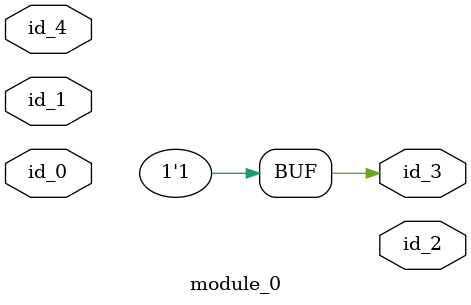
<source format=v>
module module_0 (
    input  id_0
    , id_4,
    input  id_1,
    output id_2,
    output id_3
);
  assign id_3 = 1;
endmodule

</source>
